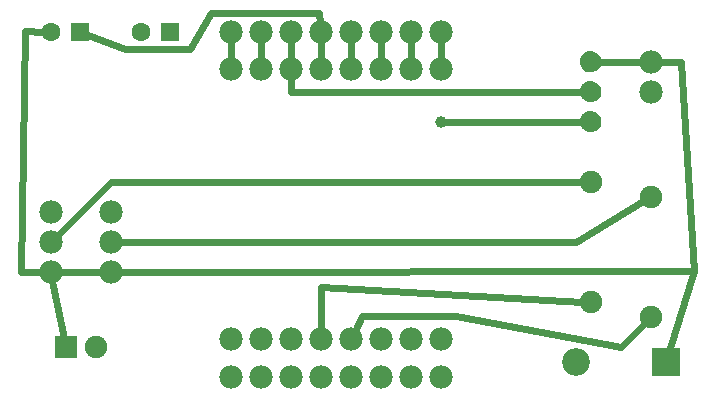
<source format=gbl>
G04 MADE WITH FRITZING*
G04 WWW.FRITZING.ORG*
G04 DOUBLE SIDED*
G04 HOLES PLATED*
G04 CONTOUR ON CENTER OF CONTOUR VECTOR*
%ASAXBY*%
%FSLAX23Y23*%
%MOIN*%
%OFA0B0*%
%SFA1.0B1.0*%
%ADD10C,0.078000*%
%ADD11C,0.039370*%
%ADD12C,0.077778*%
%ADD13C,0.092000*%
%ADD14C,0.062992*%
%ADD15C,0.070000*%
%ADD16C,0.075000*%
%ADD17R,0.092000X0.092000*%
%ADD18R,0.062992X0.062992*%
%ADD19R,0.075000X0.075000*%
%ADD20C,0.024000*%
%ADD21R,0.001000X0.001000*%
%LNCOPPER0*%
G90*
G70*
G54D10*
X749Y1241D03*
X849Y1241D03*
X949Y1241D03*
X1049Y1241D03*
X1149Y1241D03*
X1249Y1241D03*
X1349Y1241D03*
X1449Y1241D03*
X749Y91D03*
X849Y91D03*
X949Y91D03*
X1049Y91D03*
X1149Y91D03*
X1249Y91D03*
X1349Y91D03*
X1449Y91D03*
X2149Y1141D03*
X2149Y1041D03*
X149Y441D03*
X149Y541D03*
X149Y641D03*
X349Y441D03*
X349Y541D03*
X349Y641D03*
G54D11*
X1449Y941D03*
G54D12*
X749Y217D03*
X849Y217D03*
X949Y217D03*
X1049Y217D03*
X1149Y217D03*
X1249Y217D03*
X1349Y217D03*
X1449Y217D03*
X1449Y1117D03*
X1349Y1117D03*
X1249Y1117D03*
X1149Y1117D03*
X1049Y1117D03*
X949Y1117D03*
X849Y1117D03*
X749Y1117D03*
G54D13*
X2199Y141D03*
X1899Y141D03*
G54D14*
X247Y1241D03*
X149Y1241D03*
X547Y1241D03*
X449Y1241D03*
G54D15*
X1949Y941D03*
X1949Y1041D03*
X1949Y1141D03*
G54D16*
X199Y191D03*
X299Y191D03*
X1949Y341D03*
X1949Y741D03*
X2149Y291D03*
X2149Y691D03*
G54D17*
X2199Y141D03*
G54D18*
X247Y1241D03*
X547Y1241D03*
G54D19*
X199Y191D03*
G54D20*
X1249Y1140D02*
X1249Y1146D01*
D02*
X1249Y1210D02*
X1249Y1140D01*
D02*
X2249Y1140D02*
X2292Y445D01*
D02*
X2179Y1140D02*
X2249Y1140D01*
D02*
X49Y440D02*
X65Y1243D01*
D02*
X119Y441D02*
X49Y440D01*
D02*
X65Y1243D02*
X122Y1241D01*
D02*
X1899Y541D02*
X379Y541D01*
D02*
X2124Y676D02*
X1899Y541D01*
D02*
X2292Y445D02*
X379Y441D01*
D02*
X2210Y176D02*
X2292Y445D01*
D02*
X1050Y390D02*
X1049Y246D01*
D02*
X1920Y342D02*
X1050Y390D01*
D02*
X749Y1210D02*
X749Y1146D01*
D02*
X849Y1210D02*
X849Y1146D01*
D02*
X179Y441D02*
X319Y441D01*
D02*
X193Y219D02*
X155Y411D01*
D02*
X170Y562D02*
X349Y740D01*
D02*
X349Y740D02*
X1920Y741D01*
D02*
X1049Y1210D02*
X1049Y1146D01*
D02*
X272Y1231D02*
X396Y1183D01*
X396Y1183D02*
X612Y1183D01*
X612Y1183D02*
X684Y1303D01*
X684Y1303D02*
X1044Y1303D01*
X1044Y1303D02*
X1047Y1271D01*
D02*
X949Y1146D02*
X949Y1210D01*
D02*
X1923Y1041D02*
X949Y1041D01*
D02*
X949Y1041D02*
X949Y1087D01*
D02*
X1162Y243D02*
X1188Y295D01*
X1188Y295D02*
X1500Y295D01*
X1500Y295D02*
X2049Y191D01*
D02*
X2049Y191D02*
X2129Y270D01*
D02*
X1149Y1146D02*
X1149Y1210D01*
D02*
X1449Y1210D02*
X1449Y1146D01*
D02*
X1923Y941D02*
X1468Y941D01*
D02*
X1349Y1210D02*
X1349Y1146D01*
D02*
X2119Y1140D02*
X1948Y1140D01*
D02*
X1948Y1140D02*
X1932Y1121D01*
G54D21*
X1943Y1176D02*
X1953Y1176D01*
X1939Y1175D02*
X1957Y1175D01*
X1936Y1174D02*
X1960Y1174D01*
X1934Y1173D02*
X1962Y1173D01*
X1932Y1172D02*
X1964Y1172D01*
X1930Y1171D02*
X1966Y1171D01*
X1928Y1170D02*
X1968Y1170D01*
X1927Y1169D02*
X1969Y1169D01*
X1926Y1168D02*
X1970Y1168D01*
X1924Y1167D02*
X1971Y1167D01*
X1923Y1166D02*
X1972Y1166D01*
X1923Y1165D02*
X1973Y1165D01*
X1922Y1164D02*
X1974Y1164D01*
X1921Y1163D02*
X1975Y1163D01*
X1920Y1162D02*
X1976Y1162D01*
X1919Y1161D02*
X1976Y1161D01*
X1919Y1160D02*
X1977Y1160D01*
X1918Y1159D02*
X1978Y1159D01*
X1918Y1158D02*
X1978Y1158D01*
X1917Y1157D02*
X1979Y1157D01*
X1917Y1156D02*
X1943Y1156D01*
X1953Y1156D02*
X1979Y1156D01*
X1916Y1155D02*
X1941Y1155D01*
X1955Y1155D02*
X1980Y1155D01*
X1916Y1154D02*
X1939Y1154D01*
X1957Y1154D02*
X1980Y1154D01*
X1916Y1153D02*
X1938Y1153D01*
X1958Y1153D02*
X1980Y1153D01*
X1915Y1152D02*
X1937Y1152D01*
X1959Y1152D02*
X1981Y1152D01*
X1915Y1151D02*
X1936Y1151D01*
X1960Y1151D02*
X1981Y1151D01*
X1915Y1150D02*
X1935Y1150D01*
X1961Y1150D02*
X1981Y1150D01*
X1914Y1149D02*
X1934Y1149D01*
X1962Y1149D02*
X1982Y1149D01*
X1914Y1148D02*
X1934Y1148D01*
X1962Y1148D02*
X1982Y1148D01*
X1914Y1147D02*
X1933Y1147D01*
X1963Y1147D02*
X1982Y1147D01*
X1914Y1146D02*
X1933Y1146D01*
X1963Y1146D02*
X1982Y1146D01*
X1914Y1145D02*
X1933Y1145D01*
X1963Y1145D02*
X1982Y1145D01*
X1914Y1144D02*
X1933Y1144D01*
X1963Y1144D02*
X1982Y1144D01*
X1914Y1143D02*
X1933Y1143D01*
X1963Y1143D02*
X1982Y1143D01*
X1913Y1142D02*
X1932Y1142D01*
X1963Y1142D02*
X1982Y1142D01*
X1913Y1141D02*
X1932Y1141D01*
X1963Y1141D02*
X1982Y1141D01*
X1914Y1140D02*
X1933Y1140D01*
X1963Y1140D02*
X1982Y1140D01*
X1914Y1139D02*
X1933Y1139D01*
X1963Y1139D02*
X1982Y1139D01*
X1914Y1138D02*
X1933Y1138D01*
X1963Y1138D02*
X1982Y1138D01*
X1914Y1137D02*
X1933Y1137D01*
X1963Y1137D02*
X1982Y1137D01*
X1914Y1136D02*
X1933Y1136D01*
X1963Y1136D02*
X1982Y1136D01*
X1914Y1135D02*
X1934Y1135D01*
X1962Y1135D02*
X1982Y1135D01*
X1914Y1134D02*
X1934Y1134D01*
X1961Y1134D02*
X1981Y1134D01*
X1915Y1133D02*
X1935Y1133D01*
X1961Y1133D02*
X1981Y1133D01*
X1915Y1132D02*
X1936Y1132D01*
X1960Y1132D02*
X1981Y1132D01*
X1915Y1131D02*
X1937Y1131D01*
X1959Y1131D02*
X1981Y1131D01*
X1916Y1130D02*
X1938Y1130D01*
X1958Y1130D02*
X1980Y1130D01*
X1916Y1129D02*
X1939Y1129D01*
X1957Y1129D02*
X1980Y1129D01*
X1916Y1128D02*
X1941Y1128D01*
X1955Y1128D02*
X1979Y1128D01*
X1917Y1127D02*
X1944Y1127D01*
X1952Y1127D02*
X1979Y1127D01*
X1917Y1126D02*
X1979Y1126D01*
X1918Y1125D02*
X1978Y1125D01*
X1918Y1124D02*
X1977Y1124D01*
X1919Y1123D02*
X1977Y1123D01*
X1920Y1122D02*
X1976Y1122D01*
X1920Y1121D02*
X1976Y1121D01*
X1921Y1120D02*
X1975Y1120D01*
X1922Y1119D02*
X1974Y1119D01*
X1923Y1118D02*
X1973Y1118D01*
X1924Y1117D02*
X1972Y1117D01*
X1925Y1116D02*
X1971Y1116D01*
X1926Y1115D02*
X1970Y1115D01*
X1927Y1114D02*
X1969Y1114D01*
X1928Y1113D02*
X1967Y1113D01*
X1930Y1112D02*
X1966Y1112D01*
X1932Y1111D02*
X1964Y1111D01*
X1934Y1110D02*
X1962Y1110D01*
X1936Y1109D02*
X1960Y1109D01*
X1939Y1108D02*
X1957Y1108D01*
X1944Y1107D02*
X1952Y1107D01*
X1943Y1076D02*
X1953Y1076D01*
X1939Y1075D02*
X1957Y1075D01*
X1936Y1074D02*
X1960Y1074D01*
X1933Y1073D02*
X1962Y1073D01*
X1931Y1072D02*
X1964Y1072D01*
X1930Y1071D02*
X1966Y1071D01*
X1928Y1070D02*
X1968Y1070D01*
X1927Y1069D02*
X1969Y1069D01*
X1926Y1068D02*
X1970Y1068D01*
X1924Y1067D02*
X1971Y1067D01*
X1923Y1066D02*
X1973Y1066D01*
X1922Y1065D02*
X1973Y1065D01*
X1922Y1064D02*
X1974Y1064D01*
X1921Y1063D02*
X1975Y1063D01*
X1920Y1062D02*
X1976Y1062D01*
X1919Y1061D02*
X1976Y1061D01*
X1919Y1060D02*
X1977Y1060D01*
X1918Y1059D02*
X1978Y1059D01*
X1918Y1058D02*
X1978Y1058D01*
X1917Y1057D02*
X1979Y1057D01*
X1917Y1056D02*
X1943Y1056D01*
X1953Y1056D02*
X1979Y1056D01*
X1916Y1055D02*
X1940Y1055D01*
X1955Y1055D02*
X1980Y1055D01*
X1916Y1054D02*
X1939Y1054D01*
X1957Y1054D02*
X1980Y1054D01*
X1916Y1053D02*
X1938Y1053D01*
X1958Y1053D02*
X1980Y1053D01*
X1915Y1052D02*
X1937Y1052D01*
X1959Y1052D02*
X1981Y1052D01*
X1915Y1051D02*
X1936Y1051D01*
X1960Y1051D02*
X1981Y1051D01*
X1915Y1050D02*
X1935Y1050D01*
X1961Y1050D02*
X1981Y1050D01*
X1914Y1049D02*
X1934Y1049D01*
X1962Y1049D02*
X1982Y1049D01*
X1914Y1048D02*
X1934Y1048D01*
X1962Y1048D02*
X1982Y1048D01*
X1914Y1047D02*
X1933Y1047D01*
X1963Y1047D02*
X1982Y1047D01*
X1914Y1046D02*
X1933Y1046D01*
X1963Y1046D02*
X1982Y1046D01*
X1914Y1045D02*
X1933Y1045D01*
X1963Y1045D02*
X1982Y1045D01*
X1914Y1044D02*
X1933Y1044D01*
X1963Y1044D02*
X1982Y1044D01*
X1914Y1043D02*
X1933Y1043D01*
X1963Y1043D02*
X1982Y1043D01*
X1913Y1042D02*
X1932Y1042D01*
X1963Y1042D02*
X1982Y1042D01*
X1914Y1041D02*
X1933Y1041D01*
X1963Y1041D02*
X1982Y1041D01*
X1914Y1040D02*
X1933Y1040D01*
X1963Y1040D02*
X1982Y1040D01*
X1914Y1039D02*
X1933Y1039D01*
X1963Y1039D02*
X1982Y1039D01*
X1914Y1038D02*
X1933Y1038D01*
X1963Y1038D02*
X1982Y1038D01*
X1914Y1037D02*
X1933Y1037D01*
X1963Y1037D02*
X1982Y1037D01*
X1914Y1036D02*
X1933Y1036D01*
X1963Y1036D02*
X1982Y1036D01*
X1914Y1035D02*
X1934Y1035D01*
X1962Y1035D02*
X1982Y1035D01*
X1914Y1034D02*
X1934Y1034D01*
X1961Y1034D02*
X1981Y1034D01*
X1915Y1033D02*
X1935Y1033D01*
X1961Y1033D02*
X1981Y1033D01*
X1915Y1032D02*
X1936Y1032D01*
X1960Y1032D02*
X1981Y1032D01*
X1915Y1031D02*
X1937Y1031D01*
X1959Y1031D02*
X1981Y1031D01*
X1916Y1030D02*
X1938Y1030D01*
X1958Y1030D02*
X1980Y1030D01*
X1916Y1029D02*
X1939Y1029D01*
X1957Y1029D02*
X1980Y1029D01*
X1916Y1028D02*
X1941Y1028D01*
X1955Y1028D02*
X1979Y1028D01*
X1917Y1027D02*
X1944Y1027D01*
X1952Y1027D02*
X1979Y1027D01*
X1917Y1026D02*
X1979Y1026D01*
X1918Y1025D02*
X1978Y1025D01*
X1918Y1024D02*
X1977Y1024D01*
X1919Y1023D02*
X1977Y1023D01*
X1920Y1022D02*
X1976Y1022D01*
X1920Y1021D02*
X1976Y1021D01*
X1921Y1020D02*
X1975Y1020D01*
X1922Y1019D02*
X1974Y1019D01*
X1923Y1018D02*
X1973Y1018D01*
X1924Y1017D02*
X1972Y1017D01*
X1925Y1016D02*
X1971Y1016D01*
X1926Y1015D02*
X1970Y1015D01*
X1927Y1014D02*
X1969Y1014D01*
X1929Y1013D02*
X1967Y1013D01*
X1930Y1012D02*
X1966Y1012D01*
X1932Y1011D02*
X1964Y1011D01*
X1934Y1010D02*
X1962Y1010D01*
X1936Y1009D02*
X1959Y1009D01*
X1939Y1008D02*
X1956Y1008D01*
X1944Y1007D02*
X1952Y1007D01*
X1942Y976D02*
X1954Y976D01*
X1938Y975D02*
X1958Y975D01*
X1936Y974D02*
X1960Y974D01*
X1933Y973D02*
X1963Y973D01*
X1931Y972D02*
X1965Y972D01*
X1930Y971D02*
X1966Y971D01*
X1928Y970D02*
X1968Y970D01*
X1927Y969D02*
X1969Y969D01*
X1925Y968D02*
X1970Y968D01*
X1924Y967D02*
X1972Y967D01*
X1923Y966D02*
X1973Y966D01*
X1922Y965D02*
X1973Y965D01*
X1922Y964D02*
X1974Y964D01*
X1921Y963D02*
X1975Y963D01*
X1920Y962D02*
X1976Y962D01*
X1919Y961D02*
X1976Y961D01*
X1919Y960D02*
X1977Y960D01*
X1918Y959D02*
X1978Y959D01*
X1918Y958D02*
X1978Y958D01*
X1917Y957D02*
X1979Y957D01*
X1917Y956D02*
X1943Y956D01*
X1953Y956D02*
X1979Y956D01*
X1916Y955D02*
X1940Y955D01*
X1956Y955D02*
X1980Y955D01*
X1916Y954D02*
X1939Y954D01*
X1957Y954D02*
X1980Y954D01*
X1916Y953D02*
X1938Y953D01*
X1958Y953D02*
X1980Y953D01*
X1915Y952D02*
X1937Y952D01*
X1959Y952D02*
X1981Y952D01*
X1915Y951D02*
X1936Y951D01*
X1960Y951D02*
X1981Y951D01*
X1915Y950D02*
X1935Y950D01*
X1961Y950D02*
X1981Y950D01*
X1914Y949D02*
X1934Y949D01*
X1962Y949D02*
X1982Y949D01*
X1914Y948D02*
X1934Y948D01*
X1962Y948D02*
X1982Y948D01*
X1914Y947D02*
X1933Y947D01*
X1963Y947D02*
X1982Y947D01*
X1914Y946D02*
X1933Y946D01*
X1963Y946D02*
X1982Y946D01*
X1914Y945D02*
X1933Y945D01*
X1963Y945D02*
X1982Y945D01*
X1914Y944D02*
X1933Y944D01*
X1963Y944D02*
X1982Y944D01*
X1914Y943D02*
X1933Y943D01*
X1963Y943D02*
X1982Y943D01*
X1913Y942D02*
X1932Y942D01*
X1963Y942D02*
X1982Y942D01*
X1914Y941D02*
X1933Y941D01*
X1963Y941D02*
X1982Y941D01*
X1914Y940D02*
X1933Y940D01*
X1963Y940D02*
X1982Y940D01*
X1914Y939D02*
X1933Y939D01*
X1963Y939D02*
X1982Y939D01*
X1914Y938D02*
X1933Y938D01*
X1963Y938D02*
X1982Y938D01*
X1914Y937D02*
X1933Y937D01*
X1963Y937D02*
X1982Y937D01*
X1914Y936D02*
X1933Y936D01*
X1963Y936D02*
X1982Y936D01*
X1914Y935D02*
X1934Y935D01*
X1962Y935D02*
X1982Y935D01*
X1914Y934D02*
X1934Y934D01*
X1961Y934D02*
X1981Y934D01*
X1915Y933D02*
X1935Y933D01*
X1961Y933D02*
X1981Y933D01*
X1915Y932D02*
X1936Y932D01*
X1960Y932D02*
X1981Y932D01*
X1915Y931D02*
X1937Y931D01*
X1959Y931D02*
X1981Y931D01*
X1916Y930D02*
X1938Y930D01*
X1958Y930D02*
X1980Y930D01*
X1916Y929D02*
X1939Y929D01*
X1957Y929D02*
X1980Y929D01*
X1916Y928D02*
X1941Y928D01*
X1955Y928D02*
X1979Y928D01*
X1917Y927D02*
X1944Y927D01*
X1952Y927D02*
X1979Y927D01*
X1917Y926D02*
X1979Y926D01*
X1918Y925D02*
X1978Y925D01*
X1918Y924D02*
X1977Y924D01*
X1919Y923D02*
X1977Y923D01*
X1920Y922D02*
X1976Y922D01*
X1920Y921D02*
X1976Y921D01*
X1921Y920D02*
X1975Y920D01*
X1922Y919D02*
X1974Y919D01*
X1923Y918D02*
X1973Y918D01*
X1924Y917D02*
X1972Y917D01*
X1925Y916D02*
X1971Y916D01*
X1926Y915D02*
X1970Y915D01*
X1927Y914D02*
X1969Y914D01*
X1929Y913D02*
X1967Y913D01*
X1930Y912D02*
X1966Y912D01*
X1932Y911D02*
X1964Y911D01*
X1934Y910D02*
X1962Y910D01*
X1937Y909D02*
X1959Y909D01*
X1940Y908D02*
X1956Y908D01*
X1944Y907D02*
X1952Y907D01*
D02*
G04 End of Copper0*
M02*
</source>
